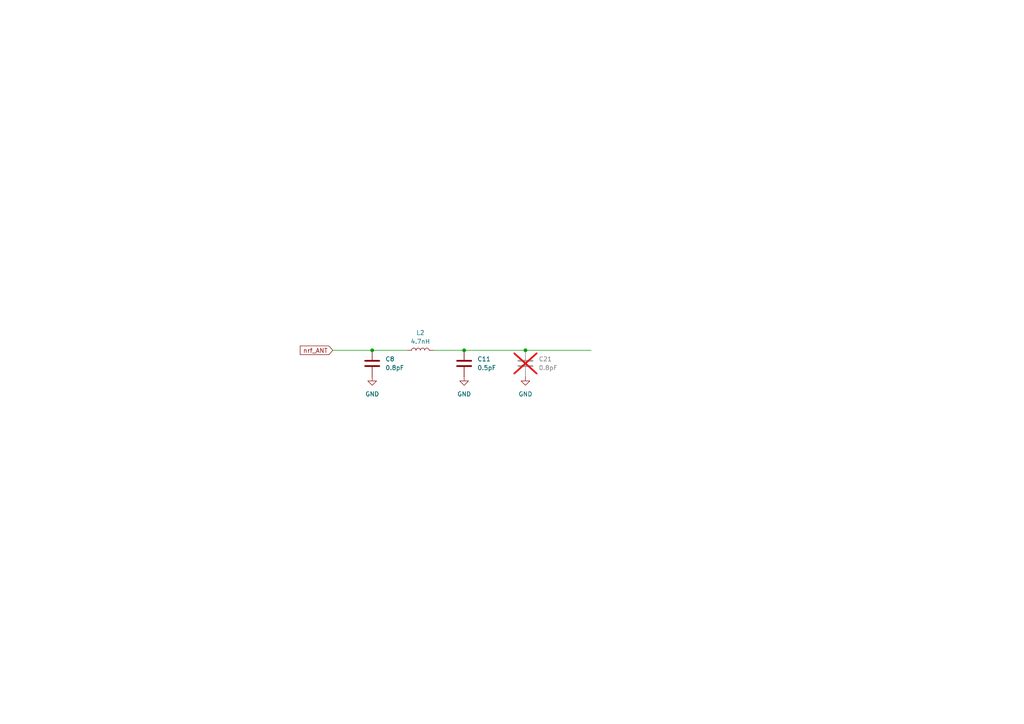
<source format=kicad_sch>
(kicad_sch (version 20250114) (generator "eeschema") (generator_version "9.0")
  (paper "A4")
  (lib_symbols
    (symbol "Device:C" (pin_numbers (hide yes)) (pin_names (offset 0.254))
      (property "Reference" "C" (at 0.635 2.54 0))
      (property "Value" "C" (at 0.635 -2.54 0))
      (symbol "C_0_1"
        (polyline (pts (xy -2.032 0.762) (xy 2.032 0.762)) (stroke (width 0.508)))
        (polyline (pts (xy -2.032 -0.762) (xy 2.032 -0.762)) (stroke (width 0.508)))
      )
      (symbol "C_1_1"
        (pin passive line (at 0 3.81 270) (length 2.794) (name "~") (number "1"))
        (pin passive line (at 0 -3.81 90) (length 2.794) (name "~") (number "2"))
      )
    )
    (symbol "Device:L" (pin_numbers (hide yes)) (pin_names (offset 1.016) (hide yes))
      (property "Reference" "L" (at -1.27 0 90))
      (property "Value" "L" (at 1.905 0 90))
      (symbol "L_0_1"
        (arc (start 0 2.54) (mid 0.6323 1.905) (end 0 1.27))
        (arc (start 0 1.27) (mid 0.6323 0.635) (end 0 0))
        (arc (start 0 0) (mid 0.6323 -0.635) (end 0 -1.27))
        (arc (start 0 -1.27) (mid 0.6323 -1.905) (end 0 -2.54))
      )
      (symbol "L_1_1"
        (pin passive line (at 0 3.81 270) (length 1.27) (name "1") (number "1"))
        (pin passive line (at 0 -3.81 90) (length 1.27) (name "2") (number "2"))
      )
    )
    (symbol "power:GND" (power) (pin_numbers (hide yes)) (pin_names (offset 0) (hide yes))
      (property "Value" "GND" (at 0 -3.81 0))
      (symbol "GND_0_1"
        (polyline (pts (xy 0 0) (xy 0 -1.27) (xy 1.27 -1.27) (xy 0 -2.54) (xy -1.27 -1.27) (xy 0 -1.27)))
      )
      (symbol "GND_1_1"
        (pin power_in line (at 0 0 270) (length 0) (name "~") (number "1"))
      )
    )
  )
  (junction (at 107.95 101.6))
  (junction (at 134.62 101.6))
  (junction (at 152.4 101.6))
  (wire (pts (xy 118.11 101.6) (xy 107.95 101.6)))
  (wire (pts (xy 134.62 101.6) (xy 125.73 101.6)))
  (wire (pts (xy 134.62 101.6) (xy 152.4 101.6)))
  (wire (pts (xy 152.4 101.6) (xy 171.45 101.6)))
  (wire (pts (xy 107.95 101.6) (xy 96.52 101.6)))
  (global_label "nrf_ANT" (shape input) (at 96.52 101.6 180) (property "Intersheetrefs" "${INTERSHEET_REFS}" (effects (hide yes))))
  (symbol (lib_id "power:GND") (at 134.62 109.22 0) (unit 1)
    (property "Reference" "#PWR013" (effects (hide yes)))
    (property "Value" "GND" (at 134.62 114.3 0))
    (property "Description" "Power symbol creates a global label with name \"GND\" , ground" (effects (hide yes)))
  )
  (symbol (lib_id "Device:L") (at 121.92 101.6 90) (unit 1)
    (property "Reference" "L2" (at 121.92 96.52 90))
    (property "Value" "4.7nH" (at 121.92 99.06 90))
    (property "Description" "Inductor" (effects (hide yes)))
  )
  (symbol (lib_id "Device:C") (at 134.62 105.41 0) (unit 1)
    (property "Reference" "C11" (at 138.43 104.1399 0) (effects (justify left)))
    (property "Value" "0.5pF" (at 138.43 106.6799 0) (effects (justify left)))
    (property "Description" "Unpolarized capacitor" (effects (hide yes)))
  )
  (symbol (lib_id "Device:C") (at 107.95 105.41 0) (unit 1)
    (property "Reference" "C8" (at 111.76 104.1399 0) (effects (justify left)))
    (property "Value" "0.8pF" (at 111.76 106.6799 0) (effects (justify left)))
    (property "Description" "Unpolarized capacitor" (effects (hide yes)))
  )
  (symbol (lib_id "power:GND") (at 152.4 109.22 0) (unit 1)
    (property "Reference" "#PWR017" (effects (hide yes)))
    (property "Value" "GND" (at 152.4 114.3 0))
    (property "Description" "Power symbol creates a global label with name \"GND\" , ground" (effects (hide yes)))
  )
  (symbol (lib_id "Device:C") (at 152.4 105.41 0) (unit 1) (exclude_from_sim yes) (in_bom no) (on_board no) (dnp yes)
    (property "Reference" "C21" (at 156.21 104.1399 0) (effects (justify left)))
    (property "Value" "0.8pF" (at 156.21 106.6799 0) (effects (justify left)))
    (property "Description" "Unpolarized capacitor" (effects (hide yes)))
  )
  (symbol (lib_id "power:GND") (at 107.95 109.22 0) (unit 1)
    (property "Reference" "#PWR012" (effects (hide yes)))
    (property "Value" "GND" (at 107.95 114.3 0))
    (property "Description" "Power symbol creates a global label with name \"GND\" , ground" (effects (hide yes)))
  )
)
</source>
